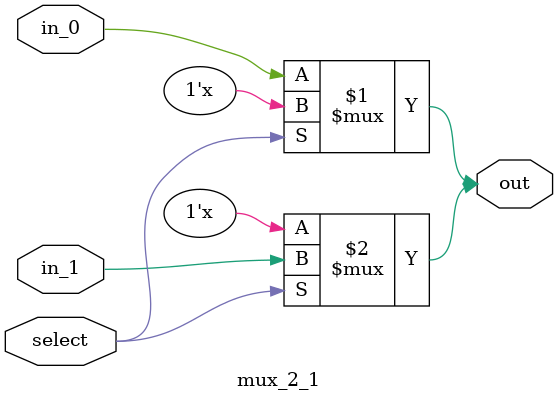
<source format=v>
module mux_2_1 (out, in_0, in_1, select) ;
output		out ;
input		in_0, in_1, select ;

bufif0		nb_0	(out, in_0, select) ;
bufif1		 b_0	(out, in_1, select) ;

endmodule // mux_2_1

</source>
